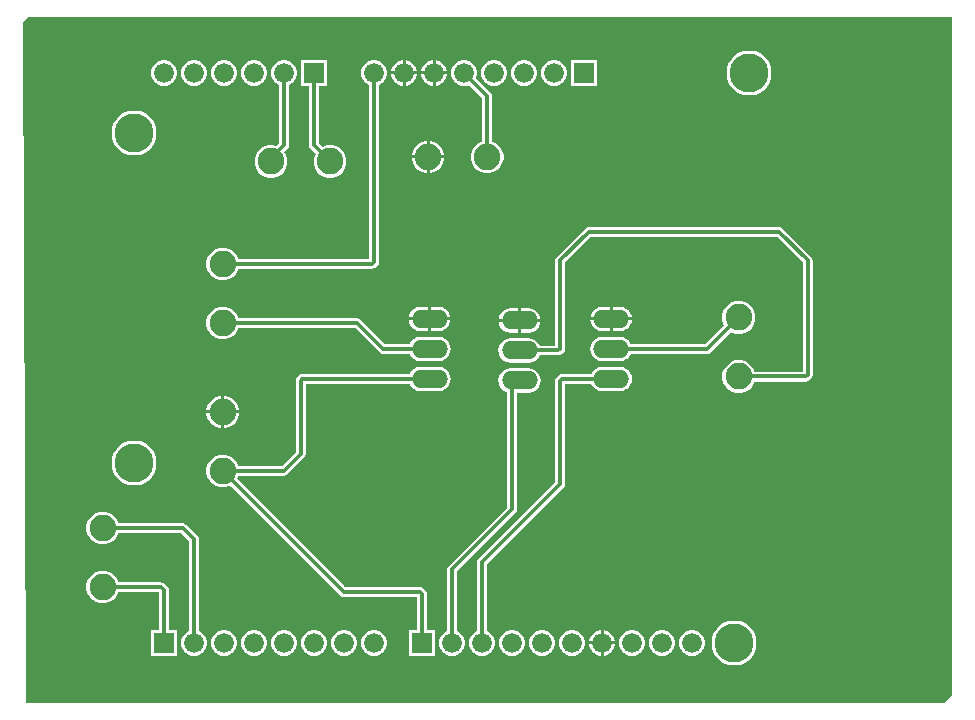
<source format=gbl>
%FSTAX23Y23*%
%MOIN*%
%SFA1B1*%

%IPPOS*%
%ADD19C,0.088582*%
%ADD20O,0.120000X0.060000*%
%ADD21C,0.066000*%
%ADD22R,0.066000X0.066000*%
%ADD23C,0.129921*%
%ADD24C,0.012000*%
%LNpcb_t3-1*%
%LPD*%
G36*
X03115Y0006D02*
X0309Y00035D01*
X0003*
X0002Y02305*
X00035Y0232*
X03115*
Y0006*
G37*
%LNpcb_t3-2*%
%LPC*%
G36*
X01395Y02178D02*
X01395D01*
Y0214*
X01433*
Y0214*
X0143Y02151*
X01424Y02161*
X01416Y02169*
X01406Y02175*
X01395Y02178*
G37*
G36*
X01295D02*
X01295D01*
Y0214*
X01333*
Y0214*
X0133Y02151*
X01324Y02161*
X01316Y02169*
X01306Y02175*
X01295Y02178*
G37*
G36*
X01385D02*
X01384D01*
X01373Y02175*
X01363Y02169*
X01355Y02161*
X01349Y02151*
X01347Y0214*
Y0214*
X01385*
Y02178*
G37*
G36*
X01285D02*
X01284D01*
X01273Y02175*
X01263Y02169*
X01255Y02161*
X01249Y02151*
X01247Y0214*
Y0214*
X01285*
Y02178*
G37*
G36*
X01933D02*
X01847D01*
Y02092*
X01933*
Y02178*
G37*
G36*
X01795D02*
X01784D01*
X01773Y02175*
X01763Y02169*
X01755Y02161*
X01749Y02151*
X01747Y0214*
Y02129*
X01749Y02118*
X01755Y02108*
X01763Y021*
X01773Y02094*
X01784Y02092*
X01795*
X01806Y02094*
X01816Y021*
X01824Y02108*
X0183Y02118*
X01833Y02129*
Y0214*
X0183Y02151*
X01824Y02161*
X01816Y02169*
X01806Y02175*
X01795Y02178*
G37*
G36*
X01695D02*
X01684D01*
X01673Y02175*
X01663Y02169*
X01655Y02161*
X01649Y02151*
X01647Y0214*
Y02129*
X01649Y02118*
X01655Y02108*
X01663Y021*
X01673Y02094*
X01684Y02092*
X01695*
X01706Y02094*
X01716Y021*
X01724Y02108*
X0173Y02118*
X01733Y02129*
Y0214*
X0173Y02151*
X01724Y02161*
X01716Y02169*
X01706Y02175*
X01695Y02178*
G37*
G36*
X01595D02*
X01584D01*
X01573Y02175*
X01563Y02169*
X01555Y02161*
X01549Y02151*
X01547Y0214*
Y02129*
X01549Y02118*
X01555Y02108*
X01563Y021*
X01573Y02094*
X01584Y02092*
X01595*
X01606Y02094*
X01616Y021*
X01624Y02108*
X0163Y02118*
X01633Y02129*
Y0214*
X0163Y02151*
X01624Y02161*
X01616Y02169*
X01606Y02175*
X01595Y02178*
G37*
G36*
X01433Y0213D02*
X01395D01*
Y02092*
X01395*
X01406Y02094*
X01416Y021*
X01424Y02108*
X0143Y02118*
X01433Y02129*
Y0213*
G37*
G36*
X01385D02*
X01347D01*
Y02129*
X01349Y02118*
X01355Y02108*
X01363Y021*
X01373Y02094*
X01384Y02092*
X01385*
Y0213*
G37*
G36*
X01333D02*
X01295D01*
Y02092*
X01295*
X01306Y02094*
X01316Y021*
X01324Y02108*
X0133Y02118*
X01333Y02129*
Y0213*
G37*
G36*
X01285D02*
X01247D01*
Y02129*
X01249Y02118*
X01255Y02108*
X01263Y021*
X01273Y02094*
X01284Y02092*
X01285*
Y0213*
G37*
G36*
X00795Y02178D02*
X00784D01*
X00773Y02175*
X00763Y02169*
X00755Y02161*
X00749Y02151*
X00747Y0214*
Y02129*
X00749Y02118*
X00755Y02108*
X00763Y021*
X00773Y02094*
X00784Y02092*
X00795*
X00806Y02094*
X00816Y021*
X00824Y02108*
X0083Y02118*
X00833Y02129*
Y0214*
X0083Y02151*
X00824Y02161*
X00816Y02169*
X00806Y02175*
X00795Y02178*
G37*
G36*
X00695D02*
X00684D01*
X00673Y02175*
X00663Y02169*
X00655Y02161*
X00649Y02151*
X00647Y0214*
Y02129*
X00649Y02118*
X00655Y02108*
X00663Y021*
X00673Y02094*
X00684Y02092*
X00695*
X00706Y02094*
X00716Y021*
X00724Y02108*
X0073Y02118*
X00733Y02129*
Y0214*
X0073Y02151*
X00724Y02161*
X00716Y02169*
X00706Y02175*
X00695Y02178*
G37*
G36*
X00595D02*
X00584D01*
X00573Y02175*
X00563Y02169*
X00555Y02161*
X00549Y02151*
X00547Y0214*
Y02129*
X00549Y02118*
X00555Y02108*
X00563Y021*
X00573Y02094*
X00584Y02092*
X00595*
X00606Y02094*
X00616Y021*
X00624Y02108*
X0063Y02118*
X00633Y02129*
Y0214*
X0063Y02151*
X00624Y02161*
X00616Y02169*
X00606Y02175*
X00595Y02178*
G37*
G36*
X00495D02*
X00484D01*
X00473Y02175*
X00463Y02169*
X00455Y02161*
X00449Y02151*
X00447Y0214*
Y02129*
X00449Y02118*
X00455Y02108*
X00463Y021*
X00473Y02094*
X00484Y02092*
X00495*
X00506Y02094*
X00516Y021*
X00524Y02108*
X0053Y02118*
X00533Y02129*
Y0214*
X0053Y02151*
X00524Y02161*
X00516Y02169*
X00506Y02175*
X00495Y02178*
G37*
G36*
X02447Y02209D02*
X02432D01*
X02418Y02207*
X02404Y02201*
X02392Y02193*
X02381Y02182*
X02373Y0217*
X02367Y02156*
X02365Y02142*
Y02127*
X02367Y02113*
X02373Y02099*
X02381Y02087*
X02392Y02076*
X02404Y02068*
X02418Y02062*
X02432Y0206*
X02447*
X02461Y02062*
X02475Y02068*
X02487Y02076*
X02498Y02087*
X02506Y02099*
X02512Y02113*
X02514Y02127*
Y02142*
X02512Y02156*
X02506Y0217*
X02498Y02182*
X02487Y02193*
X02475Y02201*
X02461Y02207*
X02447Y02209*
G37*
G36*
X00895Y02178D02*
X00884D01*
X00873Y02175*
X00863Y02169*
X00855Y02161*
X00849Y02151*
X00847Y0214*
Y02129*
X00849Y02118*
X00855Y02108*
X00863Y021*
X00873Y02094*
X00873Y02094*
Y01901*
X00863Y01891*
X00853Y01894*
X00839*
X00825Y0189*
X00813Y01883*
X00803Y01873*
X00795Y0186*
X00792Y01847*
Y01832*
X00795Y01819*
X00803Y01806*
X00813Y01796*
X00825Y01789*
X00839Y01785*
X00853*
X00867Y01789*
X00879Y01796*
X0089Y01806*
X00897Y01819*
X009Y01832*
Y01847*
X00897Y0186*
X0089Y01872*
X00901Y01883*
X00905Y01888*
X00906Y01895*
Y02094*
X00906Y02094*
X00916Y021*
X00924Y02108*
X0093Y02118*
X00933Y02129*
Y0214*
X0093Y02151*
X00924Y02161*
X00916Y02169*
X00906Y02175*
X00895Y02178*
G37*
G36*
X00397Y02009D02*
X00382D01*
X00368Y02007*
X00354Y02001*
X00342Y01993*
X00331Y01982*
X00323Y0197*
X00317Y01956*
X00315Y01942*
Y01927*
X00317Y01913*
X00323Y01899*
X00331Y01887*
X00342Y01876*
X00354Y01868*
X00368Y01862*
X00382Y0186*
X00397*
X00411Y01862*
X00425Y01868*
X00437Y01876*
X00448Y01887*
X00456Y01899*
X00462Y01913*
X00464Y01927*
Y01942*
X00462Y01956*
X00456Y0197*
X00448Y01982*
X00437Y01993*
X00425Y02001*
X00411Y02007*
X00397Y02009*
G37*
G36*
X01377Y01909D02*
X01375D01*
Y0186*
X01424*
Y01862*
X0142Y01875*
X01413Y01888*
X01403Y01898*
X0139Y01905*
X01377Y01909*
G37*
G36*
X01365D02*
X01362D01*
X01349Y01905*
X01336Y01898*
X01326Y01888*
X01319Y01875*
X01315Y01862*
Y0186*
X01365*
Y01909*
G37*
G36*
X01495Y02178D02*
X01484D01*
X01473Y02175*
X01463Y02169*
X01455Y02161*
X01449Y02151*
X01447Y0214*
Y02129*
X01449Y02118*
X01455Y02108*
X01463Y021*
X01473Y02094*
X01484Y02092*
X01495*
X01506Y02094*
X01506Y02095*
X0155Y02051*
Y01906*
X01545Y01905*
X01533Y01898*
X01523Y01888*
X01516Y01875*
X01512Y01862*
Y01847*
X01516Y01834*
X01523Y01821*
X01533Y01811*
X01545Y01804*
X01559Y018*
X01573*
X01587Y01804*
X016Y01811*
X0161Y01821*
X01617Y01834*
X01621Y01847*
Y01862*
X01617Y01875*
X0161Y01888*
X016Y01898*
X01587Y01905*
X01583Y01906*
Y02058*
X01581Y02064*
X01578Y02069*
X01529Y02118*
X0153Y02118*
X01533Y02129*
Y0214*
X0153Y02151*
X01524Y02161*
X01516Y02169*
X01506Y02175*
X01495Y02178*
G37*
G36*
X01424Y0185D02*
X01375D01*
Y018*
X01377*
X0139Y01804*
X01403Y01811*
X01413Y01821*
X0142Y01834*
X01424Y01847*
Y0185*
G37*
G36*
X01365D02*
X01315D01*
Y01847*
X01319Y01834*
X01326Y01821*
X01336Y01811*
X01349Y01804*
X01362Y018*
X01365*
Y0185*
G37*
G36*
X01033Y02178D02*
X00947D01*
Y02092*
X00973*
Y01893*
X00974Y01887*
X00978Y01881*
X00995Y01865*
X00992Y0186*
X00989Y01847*
Y01832*
X00992Y01819*
X00999Y01806*
X0101Y01796*
X01022Y01789*
X01036Y01785*
X0105*
X01064Y01789*
X01076Y01796*
X01086Y01806*
X01094Y01819*
X01097Y01832*
Y01847*
X01094Y0186*
X01086Y01873*
X01076Y01883*
X01064Y0189*
X0105Y01894*
X01036*
X01022Y0189*
X01018Y01888*
X01006Y019*
Y02092*
X01033*
Y02178*
G37*
G36*
X01195D02*
X01184D01*
X01173Y02175*
X01163Y02169*
X01155Y02161*
X01149Y02151*
X01147Y0214*
Y02129*
X01149Y02118*
X01155Y02108*
X01163Y021*
X01173Y02094*
X01173Y02094*
Y01514*
X00736*
X00735Y01519*
X00728Y01531*
X00718Y01541*
X00705Y01549*
X00692Y01552*
X00677*
X00664Y01549*
X00651Y01541*
X00641Y01531*
X00634Y01519*
X0063Y01505*
Y01491*
X00634Y01477*
X00641Y01465*
X00651Y01454*
X00664Y01447*
X00677Y01444*
X00692*
X00705Y01447*
X00718Y01454*
X00728Y01465*
X00735Y01477*
X00736Y01482*
X01182*
X01189Y01483*
X01194Y01486*
X01201Y01493*
X01205Y01499*
X01206Y01505*
Y02094*
X01206Y02094*
X01216Y021*
X01224Y02108*
X0123Y02118*
X01233Y02129*
Y0214*
X0123Y02151*
X01224Y02161*
X01216Y02169*
X01206Y02175*
X01195Y02178*
G37*
G36*
X0201Y01355D02*
X01985D01*
Y0132*
X02049*
X02048Y01325*
X02044Y01335*
X02038Y01343*
X0203Y01349*
X0202Y01353*
X0201Y01355*
G37*
G36*
X01405D02*
X0138D01*
Y0132*
X01444*
X01443Y01325*
X01439Y01335*
X01433Y01343*
X01425Y01349*
X01415Y01353*
X01405Y01355*
G37*
G36*
X01975D02*
X0195D01*
X01939Y01353*
X01929Y01349*
X01921Y01343*
X01915Y01335*
X01911Y01325*
X0191Y0132*
X01975*
Y01355*
G37*
G36*
X0137D02*
X01345D01*
X01334Y01353*
X01324Y01349*
X01316Y01343*
X0131Y01335*
X01306Y01325*
X01305Y0132*
X0137*
Y01355*
G37*
G36*
X01705Y0135D02*
X0168D01*
Y01315*
X01744*
X01743Y0132*
X01739Y0133*
X01733Y01338*
X01725Y01344*
X01715Y01348*
X01705Y0135*
G37*
G36*
X0167D02*
X01645D01*
X01634Y01348*
X01624Y01344*
X01616Y01338*
X0161Y0133*
X01606Y0132*
X01605Y01315*
X0167*
Y0135*
G37*
G36*
X02049Y0131D02*
X01985D01*
Y01274*
X0201*
X0202Y01276*
X0203Y0128*
X02038Y01286*
X02044Y01294*
X02048Y01304*
X02049Y0131*
G37*
G36*
X01975D02*
X0191D01*
X01911Y01304*
X01915Y01294*
X01921Y01286*
X01929Y0128*
X01939Y01276*
X0195Y01274*
X01975*
Y0131*
G37*
G36*
X01444D02*
X0138D01*
Y01274*
X01405*
X01415Y01276*
X01425Y0128*
X01433Y01286*
X01439Y01294*
X01443Y01304*
X01444Y0131*
G37*
G36*
X0137D02*
X01305D01*
X01306Y01304*
X0131Y01294*
X01316Y01286*
X01324Y0128*
X01334Y01276*
X01345Y01274*
X0137*
Y0131*
G37*
G36*
X01744Y01305D02*
X0168D01*
Y01269*
X01705*
X01715Y01271*
X01725Y01275*
X01733Y01281*
X01739Y01289*
X01743Y01299*
X01744Y01305*
G37*
G36*
X0167D02*
X01605D01*
X01606Y01299*
X0161Y01289*
X01616Y01281*
X01624Y01275*
X01634Y01271*
X01645Y01269*
X0167*
Y01305*
G37*
G36*
X02412Y01374D02*
X02397D01*
X02384Y0137*
X02371Y01363*
X02361Y01353*
X02354Y0134*
X0235Y01327*
Y01312*
X02354Y01299*
X02356Y01294*
X02293Y01231*
X02046*
X02044Y01235*
X02038Y01243*
X0203Y01249*
X0202Y01253*
X0201Y01255*
X0195*
X01939Y01253*
X01929Y01249*
X01921Y01243*
X01915Y01235*
X01911Y01225*
X01909Y01215*
X01911Y01204*
X01915Y01194*
X01921Y01186*
X01929Y0118*
X01939Y01176*
X0195Y01174*
X0201*
X0202Y01176*
X0203Y0118*
X02038Y01186*
X02044Y01194*
X02046Y01198*
X023*
X02306Y01199*
X02311Y01203*
X02379Y01271*
X02384Y01269*
X02397Y01265*
X02412*
X02425Y01269*
X02438Y01276*
X02448Y01286*
X02455Y01299*
X02459Y01312*
Y01327*
X02455Y0134*
X02448Y01353*
X02438Y01363*
X02425Y0137*
X02412Y01374*
G37*
G36*
X00692Y01355D02*
X00677D01*
X00664Y01352*
X00651Y01345*
X00641Y01334*
X00634Y01322*
X0063Y01308*
Y01294*
X00634Y0128*
X00641Y01268*
X00651Y01258*
X00664Y0125*
X00677Y01247*
X00692*
X00705Y0125*
X00718Y01258*
X00728Y01268*
X00735Y0128*
X00736Y01285*
X01126*
X01208Y01203*
X01213Y01199*
X0122Y01198*
X01308*
X0131Y01194*
X01316Y01186*
X01324Y0118*
X01334Y01176*
X01345Y01174*
X01405*
X01415Y01176*
X01425Y0118*
X01433Y01186*
X01439Y01194*
X01443Y01204*
X01445Y01215*
X01443Y01225*
X01439Y01235*
X01433Y01243*
X01425Y01249*
X01415Y01253*
X01405Y01255*
X01345*
X01334Y01253*
X01324Y01249*
X01316Y01243*
X0131Y01235*
X01308Y01231*
X01226*
X01144Y01313*
X01139Y01316*
X01133Y01317*
X00736*
X00735Y01322*
X00728Y01334*
X00718Y01345*
X00705Y01352*
X00692Y01355*
G37*
G36*
X0254Y01621D02*
X01905D01*
X01898Y0162*
X01893Y01616*
X01798Y01521*
X01794Y01516*
X01793Y0151*
Y01226*
X01741*
X01739Y0123*
X01733Y01238*
X01725Y01244*
X01715Y01248*
X01705Y0125*
X01645*
X01634Y01248*
X01624Y01244*
X01616Y01238*
X0161Y0123*
X01606Y0122*
X01604Y0121*
X01606Y01199*
X0161Y01189*
X01616Y01181*
X01624Y01175*
X01634Y01171*
X01645Y01169*
X01705*
X01715Y01171*
X01725Y01175*
X01733Y01181*
X01739Y01189*
X01741Y01193*
X01804*
X0181Y01194*
X01815Y01198*
X01821Y01204*
X01825Y01209*
X01826Y01215*
Y01503*
X01911Y01588*
X02533*
X02618Y01503*
Y01139*
X02456*
X02455Y01144*
X02448Y01156*
X02438Y01166*
X02425Y01173*
X02412Y01177*
X02397*
X02384Y01173*
X02371Y01166*
X02361Y01156*
X02354Y01144*
X0235Y0113*
Y01116*
X02354Y01102*
X02361Y01089*
X02371Y01079*
X02384Y01072*
X02397Y01068*
X02412*
X02425Y01072*
X02438Y01079*
X02448Y01089*
X02455Y01102*
X02456Y01106*
X02629*
X02635Y01108*
X0264Y01111*
X02646Y01117*
X0265Y01122*
X02651Y01129*
Y0151*
X0265Y01516*
X02646Y01521*
X02551Y01616*
X02546Y0162*
X0254Y01621*
G37*
G36*
X0201Y01155D02*
X0195D01*
X01939Y01153*
X01929Y01149*
X01921Y01143*
X01915Y01135*
X01913Y01131*
X01815*
X01809Y0113*
X01804Y01126*
X01798Y0112*
X01794Y01115*
X01793Y01109*
Y00771*
X01538Y00516*
X01534Y00511*
X01533Y00505*
Y00275*
X01533Y00275*
X01523Y00269*
X01515Y00261*
X01509Y00251*
X01507Y0024*
Y00229*
X01509Y00218*
X01515Y00208*
X01523Y002*
X01533Y00194*
X01544Y00192*
X01555*
X01566Y00194*
X01576Y002*
X01584Y00208*
X0159Y00218*
X01593Y00229*
Y0024*
X0159Y00251*
X01584Y00261*
X01576Y00269*
X01566Y00275*
X01566Y00275*
Y00498*
X01821Y00753*
X01825Y00758*
X01826Y00765*
Y01098*
X01913*
X01915Y01094*
X01921Y01086*
X01929Y0108*
X01939Y01076*
X0195Y01074*
X0201*
X0202Y01076*
X0203Y0108*
X02038Y01086*
X02044Y01094*
X02048Y01104*
X0205Y01115*
X02048Y01125*
X02044Y01135*
X02038Y01143*
X0203Y01149*
X0202Y01153*
X0201Y01155*
G37*
G36*
X01405D02*
X01345D01*
X01334Y01153*
X01324Y01149*
X01316Y01143*
X0131Y01135*
X01308Y01131*
X0095*
X00944Y0113*
X00939Y01126*
X00933Y0112*
X00929Y01115*
X00928Y01109*
Y00871*
X00881Y00824*
X00736*
X00735Y00829*
X00728Y00841*
X00718Y00851*
X00705Y00858*
X00692Y00862*
X00677*
X00664Y00858*
X00651Y00851*
X00641Y00841*
X00634Y00829*
X0063Y00815*
Y00801*
X00634Y00787*
X00641Y00774*
X00651Y00764*
X00664Y00757*
X00677Y00753*
X00692*
X00705Y00757*
X0071Y00759*
X01076Y00393*
X01081Y00389*
X01088Y00388*
X01333*
Y00278*
X01307*
Y00192*
X01393*
Y00278*
X01366*
Y00397*
X01365Y00404*
X01361Y00409*
X01354Y00416*
X01349Y0042*
X01342Y00421*
X01094*
X00733Y00783*
X00735Y00787*
X00736Y00791*
X00888*
X00894Y00793*
X00899Y00796*
X00956Y00853*
X0096Y00858*
X00961Y00865*
Y01098*
X01308*
X0131Y01094*
X01316Y01086*
X01324Y0108*
X01334Y01076*
X01345Y01074*
X01405*
X01415Y01076*
X01425Y0108*
X01433Y01086*
X01439Y01094*
X01443Y01104*
X01445Y01115*
X01443Y01125*
X01439Y01135*
X01433Y01143*
X01425Y01149*
X01415Y01153*
X01405Y01155*
G37*
G36*
X00692Y01059D02*
X0069D01*
Y0101*
X00739*
Y01012*
X00735Y01025*
X00728Y01038*
X00718Y01048*
X00705Y01055*
X00692Y01059*
G37*
G36*
X0068D02*
X00677D01*
X00664Y01055*
X00651Y01048*
X00641Y01038*
X00634Y01025*
X0063Y01012*
Y0101*
X0068*
Y01059*
G37*
G36*
X00739Y01D02*
X0069D01*
Y0095*
X00692*
X00705Y00954*
X00718Y00961*
X00728Y00971*
X00735Y00984*
X00739Y00997*
Y01*
G37*
G36*
X0068D02*
X0063D01*
Y00997*
X00634Y00984*
X00641Y00971*
X00651Y00961*
X00664Y00954*
X00677Y0095*
X0068*
Y01*
G37*
G36*
X00397Y00909D02*
X00382D01*
X00368Y00907*
X00354Y00901*
X00342Y00893*
X00331Y00882*
X00323Y0087*
X00317Y00856*
X00315Y00842*
Y00827*
X00317Y00813*
X00323Y00799*
X00331Y00787*
X00342Y00776*
X00354Y00768*
X00368Y00762*
X00382Y0076*
X00397*
X00411Y00762*
X00425Y00768*
X00437Y00776*
X00448Y00787*
X00456Y00799*
X00462Y00813*
X00464Y00827*
Y00842*
X00462Y00856*
X00456Y0087*
X00448Y00882*
X00437Y00893*
X00425Y00901*
X00411Y00907*
X00397Y00909*
G37*
G36*
X01955Y00278D02*
X01955D01*
Y0024*
X01993*
Y0024*
X0199Y00251*
X01984Y00261*
X01976Y00269*
X01966Y00275*
X01955Y00278*
G37*
G36*
X01945D02*
X01944D01*
X01933Y00275*
X01923Y00269*
X01915Y00261*
X01909Y00251*
X01907Y0024*
Y0024*
X01945*
Y00278*
G37*
G36*
X02255D02*
X02244D01*
X02233Y00275*
X02223Y00269*
X02215Y00261*
X02209Y00251*
X02207Y0024*
Y00229*
X02209Y00218*
X02215Y00208*
X02223Y002*
X02233Y00194*
X02244Y00192*
X02255*
X02266Y00194*
X02276Y002*
X02284Y00208*
X0229Y00218*
X02293Y00229*
Y0024*
X0229Y00251*
X02284Y00261*
X02276Y00269*
X02266Y00275*
X02255Y00278*
G37*
G36*
X02155D02*
X02144D01*
X02133Y00275*
X02123Y00269*
X02115Y00261*
X02109Y00251*
X02107Y0024*
Y00229*
X02109Y00218*
X02115Y00208*
X02123Y002*
X02133Y00194*
X02144Y00192*
X02155*
X02166Y00194*
X02176Y002*
X02184Y00208*
X0219Y00218*
X02193Y00229*
Y0024*
X0219Y00251*
X02184Y00261*
X02176Y00269*
X02166Y00275*
X02155Y00278*
G37*
G36*
X02055D02*
X02044D01*
X02033Y00275*
X02023Y00269*
X02015Y00261*
X02009Y00251*
X02007Y0024*
Y00229*
X02009Y00218*
X02015Y00208*
X02023Y002*
X02033Y00194*
X02044Y00192*
X02055*
X02066Y00194*
X02076Y002*
X02084Y00208*
X0209Y00218*
X02093Y00229*
Y0024*
X0209Y00251*
X02084Y00261*
X02076Y00269*
X02066Y00275*
X02055Y00278*
G37*
G36*
X01993Y0023D02*
X01955D01*
Y00192*
X01955*
X01966Y00194*
X01976Y002*
X01984Y00208*
X0199Y00218*
X01993Y00229*
Y0023*
G37*
G36*
X01945D02*
X01907D01*
Y00229*
X01909Y00218*
X01915Y00208*
X01923Y002*
X01933Y00194*
X01944Y00192*
X01945*
Y0023*
G37*
G36*
X01855Y00278D02*
X01844D01*
X01833Y00275*
X01823Y00269*
X01815Y00261*
X01809Y00251*
X01807Y0024*
Y00229*
X01809Y00218*
X01815Y00208*
X01823Y002*
X01833Y00194*
X01844Y00192*
X01855*
X01866Y00194*
X01876Y002*
X01884Y00208*
X0189Y00218*
X01893Y00229*
Y0024*
X0189Y00251*
X01884Y00261*
X01876Y00269*
X01866Y00275*
X01855Y00278*
G37*
G36*
X01755D02*
X01744D01*
X01733Y00275*
X01723Y00269*
X01715Y00261*
X01709Y00251*
X01707Y0024*
Y00229*
X01709Y00218*
X01715Y00208*
X01723Y002*
X01733Y00194*
X01744Y00192*
X01755*
X01766Y00194*
X01776Y002*
X01784Y00208*
X0179Y00218*
X01793Y00229*
Y0024*
X0179Y00251*
X01784Y00261*
X01776Y00269*
X01766Y00275*
X01755Y00278*
G37*
G36*
X01655D02*
X01644D01*
X01633Y00275*
X01623Y00269*
X01615Y00261*
X01609Y00251*
X01607Y0024*
Y00229*
X01609Y00218*
X01615Y00208*
X01623Y002*
X01633Y00194*
X01644Y00192*
X01655*
X01666Y00194*
X01676Y002*
X01684Y00208*
X0169Y00218*
X01693Y00229*
Y0024*
X0169Y00251*
X01684Y00261*
X01676Y00269*
X01666Y00275*
X01655Y00278*
G37*
G36*
X01705Y0115D02*
X01645D01*
X01634Y01148*
X01624Y01144*
X01616Y01138*
X0161Y0113*
X01606Y0112*
X01604Y0111*
X01606Y01099*
X0161Y01089*
X01616Y01081*
X01624Y01075*
X01633Y01071*
Y00686*
X01438Y00491*
X01434Y00486*
X01433Y0048*
Y00275*
X01433Y00275*
X01423Y00269*
X01415Y00261*
X01409Y00251*
X01407Y0024*
Y00229*
X01409Y00218*
X01415Y00208*
X01423Y002*
X01433Y00194*
X01444Y00192*
X01455*
X01466Y00194*
X01476Y002*
X01484Y00208*
X0149Y00218*
X01493Y00229*
Y0024*
X0149Y00251*
X01484Y00261*
X01476Y00269*
X01466Y00275*
X01466Y00275*
Y00473*
X01661Y00668*
X01665Y00673*
X01666Y0068*
Y01069*
X01705*
X01715Y01071*
X01725Y01075*
X01733Y01081*
X01739Y01089*
X01743Y01099*
X01745Y0111*
X01743Y0112*
X01739Y0113*
X01733Y01138*
X01725Y01144*
X01715Y01148*
X01705Y0115*
G37*
G36*
X01195Y00278D02*
X01184D01*
X01173Y00275*
X01163Y00269*
X01155Y00261*
X01149Y00251*
X01147Y0024*
Y00229*
X01149Y00218*
X01155Y00208*
X01163Y002*
X01173Y00194*
X01184Y00192*
X01195*
X01206Y00194*
X01216Y002*
X01224Y00208*
X0123Y00218*
X01233Y00229*
Y0024*
X0123Y00251*
X01224Y00261*
X01216Y00269*
X01206Y00275*
X01195Y00278*
G37*
G36*
X01095D02*
X01084D01*
X01073Y00275*
X01063Y00269*
X01055Y00261*
X01049Y00251*
X01047Y0024*
Y00229*
X01049Y00218*
X01055Y00208*
X01063Y002*
X01073Y00194*
X01084Y00192*
X01095*
X01106Y00194*
X01116Y002*
X01124Y00208*
X0113Y00218*
X01133Y00229*
Y0024*
X0113Y00251*
X01124Y00261*
X01116Y00269*
X01106Y00275*
X01095Y00278*
G37*
G36*
X00995D02*
X00984D01*
X00973Y00275*
X00963Y00269*
X00955Y00261*
X00949Y00251*
X00947Y0024*
Y00229*
X00949Y00218*
X00955Y00208*
X00963Y002*
X00973Y00194*
X00984Y00192*
X00995*
X01006Y00194*
X01016Y002*
X01024Y00208*
X0103Y00218*
X01033Y00229*
Y0024*
X0103Y00251*
X01024Y00261*
X01016Y00269*
X01006Y00275*
X00995Y00278*
G37*
G36*
X00895D02*
X00884D01*
X00873Y00275*
X00863Y00269*
X00855Y00261*
X00849Y00251*
X00847Y0024*
Y00229*
X00849Y00218*
X00855Y00208*
X00863Y002*
X00873Y00194*
X00884Y00192*
X00895*
X00906Y00194*
X00916Y002*
X00924Y00208*
X0093Y00218*
X00933Y00229*
Y0024*
X0093Y00251*
X00924Y00261*
X00916Y00269*
X00906Y00275*
X00895Y00278*
G37*
G36*
X00795D02*
X00784D01*
X00773Y00275*
X00763Y00269*
X00755Y00261*
X00749Y00251*
X00747Y0024*
Y00229*
X00749Y00218*
X00755Y00208*
X00763Y002*
X00773Y00194*
X00784Y00192*
X00795*
X00806Y00194*
X00816Y002*
X00824Y00208*
X0083Y00218*
X00833Y00229*
Y0024*
X0083Y00251*
X00824Y00261*
X00816Y00269*
X00806Y00275*
X00795Y00278*
G37*
G36*
X00695D02*
X00684D01*
X00673Y00275*
X00663Y00269*
X00655Y00261*
X00649Y00251*
X00647Y0024*
Y00229*
X00649Y00218*
X00655Y00208*
X00663Y002*
X00673Y00194*
X00684Y00192*
X00695*
X00706Y00194*
X00716Y002*
X00724Y00208*
X0073Y00218*
X00733Y00229*
Y0024*
X0073Y00251*
X00724Y00261*
X00716Y00269*
X00706Y00275*
X00695Y00278*
G37*
G36*
X00292Y00672D02*
X00277D01*
X00264Y00669*
X00251Y00661*
X00241Y00651*
X00234Y00639*
X0023Y00625*
Y00611*
X00234Y00597*
X00241Y00585*
X00251Y00574*
X00264Y00567*
X00277Y00564*
X00292*
X00305Y00567*
X00318Y00574*
X00328Y00585*
X00335Y00597*
X00336Y00602*
X00544*
X00573Y00573*
Y00275*
X00573Y00275*
X00563Y00269*
X00555Y00261*
X00549Y00251*
X00547Y0024*
Y00229*
X00549Y00218*
X00555Y00208*
X00563Y002*
X00573Y00194*
X00584Y00192*
X00595*
X00606Y00194*
X00616Y002*
X00624Y00208*
X0063Y00218*
X00633Y00229*
Y0024*
X0063Y00251*
X00624Y00261*
X00616Y00269*
X00606Y00275*
X00606Y00275*
Y0058*
X00605Y00586*
X00601Y00591*
X00563Y00629*
X00557Y00633*
X00551Y00634*
X00336*
X00335Y00639*
X00328Y00651*
X00318Y00661*
X00305Y00669*
X00292Y00672*
G37*
G36*
Y00475D02*
X00277D01*
X00264Y00472*
X00251Y00465*
X00241Y00454*
X00234Y00442*
X0023Y00428*
Y00414*
X00234Y004*
X00241Y00388*
X00251Y00378*
X00264Y0037*
X00277Y00367*
X00292*
X00305Y0037*
X00318Y00378*
X00328Y00388*
X00335Y004*
X00336Y00405*
X00471*
X00473Y00403*
Y00278*
X00447*
Y00192*
X00533*
Y00278*
X00506*
Y0041*
X00505Y00416*
X00501Y00421*
X00489Y00433*
X00484Y00436*
X00478Y00437*
X00336*
X00335Y00442*
X00328Y00454*
X00318Y00465*
X00305Y00472*
X00292Y00475*
G37*
G36*
X02397Y00309D02*
X02382D01*
X02368Y00307*
X02354Y00301*
X02342Y00293*
X02331Y00282*
X02323Y0027*
X02317Y00256*
X02315Y00242*
Y00227*
X02317Y00213*
X02323Y00199*
X02331Y00187*
X02342Y00176*
X02354Y00168*
X02368Y00162*
X02382Y0016*
X02397*
X02411Y00162*
X02425Y00168*
X02437Y00176*
X02448Y00187*
X02456Y00199*
X02462Y00213*
X02464Y00227*
Y00242*
X02462Y00256*
X02456Y0027*
X02448Y00282*
X02437Y00293*
X02425Y00301*
X02411Y00307*
X02397Y00309*
G37*
%LNpcb_t3-3*%
%LPD*%
G54D19*
X00285Y00421D03*
Y00618D03*
X00685Y01005D03*
Y00808D03*
X01043Y0184D03*
X00846D03*
X01566Y01855D03*
X0137D03*
X02405Y0132D03*
Y01123D03*
X00685Y01301D03*
Y01498D03*
G54D20*
X0198Y01115D03*
Y01215D03*
Y01315D03*
X01675Y0111D03*
Y0121D03*
Y0131D03*
X01375Y01115D03*
Y01215D03*
Y01315D03*
G54D21*
X0159Y02135D03*
X0149D03*
X0089D03*
X0079D03*
X0069D03*
X0059D03*
X0049D03*
X0205Y00235D03*
X0059D03*
X0069D03*
X0079D03*
X0089D03*
X0099D03*
X0109D03*
X0119D03*
X0145D03*
X0155D03*
X0165D03*
X0175D03*
X0185D03*
X0139Y02135D03*
X0129D03*
X0195Y00235D03*
X0169Y02135D03*
X0119D03*
X0215Y00235D03*
X0225D03*
X0179Y02135D03*
G54D22*
X0099Y02135D03*
X0049Y00235D03*
X0135D03*
X0189Y02135D03*
G54D23*
X0039Y00835D03*
Y01935D03*
X0239Y00235D03*
X0244Y02135D03*
G54D24*
X01815Y01115D02*
X0198D01*
X0155Y00505D02*
X0181Y00765D01*
Y01109D02*
X01815Y01115D01*
X0181Y00765D02*
Y01109D01*
X0155Y00235D02*
Y00505D01*
X0119Y01505D02*
Y02135D01*
X00685Y01498D02*
X01182D01*
X0119Y01505*
X01088Y00405D02*
X01342D01*
X0135Y00235D02*
Y00397D01*
X01342Y00405D02*
X0135Y00397D01*
X00685Y00808D02*
X01088Y00405D01*
X00685Y00808D02*
X00888D01*
X00945Y00865*
Y01109*
X0095Y01115*
X01375*
X00685Y01301D02*
X01133D01*
X0122Y01215*
X0059Y00235D02*
Y0058D01*
X00285Y00618D02*
X00551D01*
X0059Y0058*
X0049Y00235D02*
Y0041D01*
X00285Y00421D02*
X00478D01*
X0049Y0041*
X0145Y0048D02*
X0165Y0068D01*
Y01086*
X0145Y00235D02*
Y0048D01*
X02635Y01129D02*
Y0151D01*
X02629Y01123D02*
X02635Y01129D01*
X02405Y01123D02*
X02629D01*
X0254Y01605D02*
X02635Y0151D01*
X01905Y01605D02*
X0254D01*
X0181Y0151D02*
X01905Y01605D01*
X01675Y0121D02*
X01804D01*
X0181Y01215*
Y0151*
X0198Y01215D02*
X023D01*
X02405Y0132*
X01673Y0111D02*
X01675D01*
X0165Y01086D02*
X01673Y0111D01*
X0122Y01215D02*
X01375D01*
X00846Y0184D02*
Y01851D01*
X0089Y01895*
Y02135*
X0099Y01893D02*
Y02135D01*
Y01893D02*
X01043Y0184D01*
X01566Y01855D02*
Y02058D01*
X0149Y02135D02*
X01566Y02058D01*
M02*
</source>
